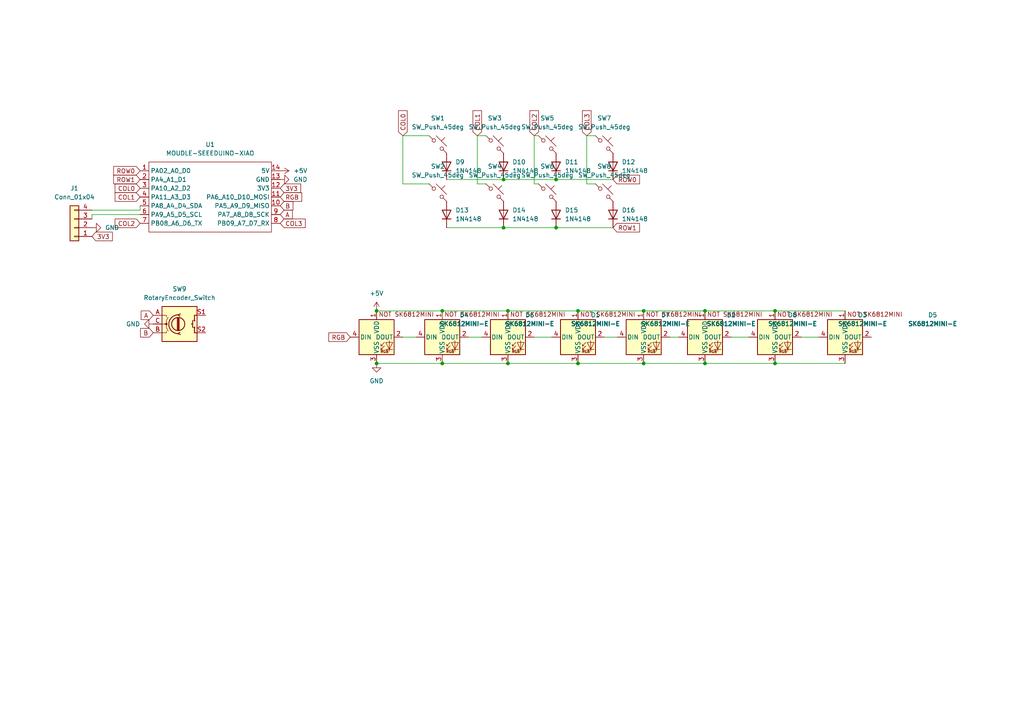
<source format=kicad_sch>
(kicad_sch (version 20250114) (generator "eeschema") (generator_version "9.0")
  (paper "A4")
  (lib_symbols
    (symbol "Connector_Generic:Conn_01x04" (pin_names (offset 1.016) (hide yes))
      (property "Reference" "J" (at 0 5.08 0))
      (property "Value" "Conn_01x04" (at 0 -7.62 0))
      (symbol "Conn_01x04_1_1"
        (rectangle (start -1.27 3.81) (end 1.27 -6.35) (stroke (width 0.254)) (fill (type background)))
        (rectangle (start -1.27 2.667) (end 0 2.413) (stroke (width 0.1524)))
        (rectangle (start -1.27 0.127) (end 0 -0.127) (stroke (width 0.1524)))
        (rectangle (start -1.27 -2.413) (end 0 -2.667) (stroke (width 0.1524)))
        (rectangle (start -1.27 -4.953) (end 0 -5.207) (stroke (width 0.1524)))
        (pin passive line (at -5.08 2.54 0) (length 3.81) (name "Pin_1") (number "1"))
        (pin passive line (at -5.08 0 0) (length 3.81) (name "Pin_2") (number "2"))
        (pin passive line (at -5.08 -2.54 0) (length 3.81) (name "Pin_3") (number "3"))
        (pin passive line (at -5.08 -5.08 0) (length 3.81) (name "Pin_4") (number "4"))
      )
    )
    (symbol "Device:RotaryEncoder_Switch" (pin_names (offset 0.254) (hide yes))
      (property "Reference" "SW" (at 0 6.604 0))
      (property "Value" "RotaryEncoder_Switch" (at 0 -6.604 0))
      (symbol "RotaryEncoder_Switch_0_1"
        (rectangle (start -5.08 5.08) (end 5.08 -5.08) (stroke (width 0.254)) (fill (type background)))
        (polyline (pts (xy -5.08 2.54) (xy -3.81 2.54) (xy -3.81 2.032)))
        (polyline (pts (xy -5.08 0) (xy -3.81 0) (xy -3.81 -1.016) (xy -3.302 -2.032)))
        (polyline (pts (xy -5.08 -2.54) (xy -3.81 -2.54) (xy -3.81 -2.032)))
        (polyline (pts (xy -4.318 0) (xy -3.81 0) (xy -3.81 1.016) (xy -3.302 2.032)))
        (circle (center -3.81 0) (radius 0.254) (fill (type outline)))
        (polyline (pts (xy -0.635 -1.778) (xy -0.635 1.778)) (stroke (width 0.254)))
        (circle (center -0.381 0) (radius 1.905) (stroke (width 0.254)))
        (polyline (pts (xy -0.381 -1.778) (xy -0.381 1.778)) (stroke (width 0.254)))
        (arc (start -0.381 -2.794) (mid -3.0988 -0.0635) (end -0.381 2.667) (stroke (width 0.254)))
        (polyline (pts (xy -0.127 1.778) (xy -0.127 -1.778)) (stroke (width 0.254)))
        (polyline (pts (xy 0.254 2.921) (xy -0.508 2.667) (xy 0.127 2.286)) (stroke (width 0.254)))
        (polyline (pts (xy 0.254 -3.048) (xy -0.508 -2.794) (xy 0.127 -2.413)) (stroke (width 0.254)))
        (polyline (pts (xy 3.81 1.016) (xy 3.81 -1.016)) (stroke (width 0.254)))
        (polyline (pts (xy 3.81 0) (xy 3.429 0)) (stroke (width 0.254)))
        (circle (center 4.318 1.016) (radius 0.127) (stroke (width 0.254)))
        (circle (center 4.318 -1.016) (radius 0.127) (stroke (width 0.254)))
        (polyline (pts (xy 5.08 2.54) (xy 4.318 2.54) (xy 4.318 1.016)) (stroke (width 0.254)))
        (polyline (pts (xy 5.08 -2.54) (xy 4.318 -2.54) (xy 4.318 -1.016)) (stroke (width 0.254)))
      )
      (symbol "RotaryEncoder_Switch_1_1"
        (pin passive line (at -7.62 2.54 0) (length 2.54) (name "A") (number "A"))
        (pin passive line (at -7.62 0 0) (length 2.54) (name "C") (number "C"))
        (pin passive line (at -7.62 -2.54 0) (length 2.54) (name "B") (number "B"))
        (pin passive line (at 7.62 2.54 180) (length 2.54) (name "S1") (number "S1"))
        (pin passive line (at 7.62 -2.54 180) (length 2.54) (name "S2") (number "S2"))
      )
    )
    (symbol "Diode:1N4148" (pin_numbers (hide yes)) (pin_names (hide yes))
      (property "Reference" "D" (at 0 2.54 0))
      (property "Value" "1N4148" (at 0 -2.54 0))
      (symbol "1N4148_0_1"
        (polyline (pts (xy -1.27 1.27) (xy -1.27 -1.27)) (stroke (width 0.254)))
        (polyline (pts (xy 1.27 1.27) (xy 1.27 -1.27) (xy -1.27 0) (xy 1.27 1.27)) (stroke (width 0.254)))
        (polyline (pts (xy 1.27 0) (xy -1.27 0)))
      )
      (symbol "1N4148_1_1"
        (pin passive line (at -3.81 0 0) (length 2.54) (name "K") (number "1"))
        (pin passive line (at 3.81 0 180) (length 2.54) (name "A") (number "2"))
      )
    )
    (symbol "SK6812MINI-E:SK6812MINI-E" (pin_names (offset 0.254))
      (property "Reference" "D" (at -3.556 5.842 0))
      (property "Value" "SK6812MINI-E" (at 1.27 -5.715 0))
      (symbol "SK6812MINI-E_0_0"
        (text "RGB" (at 2.286 -4.191 0) (effects (font (size 0.762 0.762))))
      )
      (symbol "SK6812MINI-E_0_1"
        (rectangle (start -5.08 5.08) (end 5.08 -5.08) (stroke (width 0.254)) (fill (type background)))
        (polyline (pts (xy 1.27 -2.54) (xy 1.778 -2.54)))
        (polyline (pts (xy 1.27 -3.556) (xy 1.778 -3.556)))
        (polyline (pts (xy 2.286 -1.524) (xy 1.27 -2.54) (xy 1.27 -2.032)))
        (polyline (pts (xy 2.286 -2.54) (xy 1.27 -3.556) (xy 1.27 -3.048)))
        (polyline (pts (xy 3.683 -1.016) (xy 3.683 -3.556) (xy 3.683 -4.064)))
        (polyline (pts (xy 4.699 -1.524) (xy 2.667 -1.524) (xy 3.683 -3.556) (xy 4.699 -1.524)))
        (polyline (pts (xy 4.699 -3.556) (xy 2.667 -3.556)))
      )
      (symbol "SK6812MINI-E_1_1"
        (text "NOT SK6812MINI" (at 8.636 6.604 0) (effects (font (size 1.27 1.27))))
        (pin input line (at -7.62 0 0) (length 2.54) (name "DIN") (number "4"))
        (pin power_in line (at 0 7.62 270) (length 2.54) (name "VDD") (number "1"))
        (pin power_in line (at 0 -7.62 90) (length 2.54) (name "VSS") (number "3"))
        (pin output line (at 7.62 0 180) (length 2.54) (name "DOUT") (number "2"))
      )
    )
    (symbol "Switch:SW_Push_45deg" (pin_numbers (hide yes)) (pin_names (offset 1.016) (hide yes))
      (property "Reference" "SW" (at 3.048 1.016 0))
      (property "Value" "SW_Push_45deg" (at 0 -3.81 0))
      (symbol "SW_Push_45deg_0_1"
        (polyline (pts (xy -2.54 2.54) (xy -1.524 1.524) (xy -1.524 1.524)))
        (circle (center -1.1684 1.1684) (radius 0.508))
        (polyline (pts (xy -0.508 2.54) (xy 2.54 -0.508)))
        (polyline (pts (xy 1.016 1.016) (xy 2.032 2.032)))
        (circle (center 1.143 -1.1938) (radius 0.508))
        (polyline (pts (xy 1.524 -1.524) (xy 2.54 -2.54) (xy 2.54 -2.54) (xy 2.54 -2.54)))
        (pin passive line (at -2.54 2.54 0) (length 0) (name "1") (number "1"))
        (pin passive line (at 2.54 -2.54 180) (length 0) (name "2") (number "2"))
      )
    )
    (symbol "XIAO_RP2040:MOUDLE-SEEEDUINO-XIAO"
      (property "Reference" "U" (at -16.51 11.43 0))
      (property "Value" "MOUDLE-SEEEDUINO-XIAO" (at -3.81 -11.43 0))
      (symbol "MOUDLE-SEEEDUINO-XIAO_0_1"
        (rectangle (start -16.51 10.16) (end 19.05 -10.16))
      )
      (symbol "MOUDLE-SEEEDUINO-XIAO_1_1"
        (pin passive line (at -19.05 7.62 0) (length 2.54) (name "PA02_A0_D0") (number "1"))
        (pin passive line (at -19.05 5.08 0) (length 2.54) (name "PA4_A1_D1") (number "2"))
        (pin passive line (at -19.05 2.54 0) (length 2.54) (name "PA10_A2_D2") (number "3"))
        (pin passive line (at -19.05 0 0) (length 2.54) (name "PA11_A3_D3") (number "4"))
        (pin passive line (at -19.05 -2.54 0) (length 2.54) (name "PA8_A4_D4_SDA") (number "5"))
        (pin passive line (at -19.05 -5.08 0) (length 2.54) (name "PA9_A5_D5_SCL") (number "6"))
        (pin passive line (at -19.05 -7.62 0) (length 2.54) (name "PB08_A6_D6_TX") (number "7"))
        (pin passive line (at 21.59 7.62 180) (length 2.54) (name "5V") (number "14"))
        (pin passive line (at 21.59 5.08 180) (length 2.54) (name "GND") (number "13"))
        (pin passive line (at 21.59 2.54 180) (length 2.54) (name "3V3") (number "12"))
        (pin passive line (at 21.59 0 180) (length 2.54) (name "PA6_A10_D10_MOSI") (number "11"))
        (pin passive line (at 21.59 -2.54 180) (length 2.54) (name "PA5_A9_D9_MISO") (number "10"))
        (pin passive line (at 21.59 -5.08 180) (length 2.54) (name "PA7_A8_D8_SCK") (number "9"))
        (pin passive line (at 21.59 -7.62 180) (length 2.54) (name "PB09_A7_D7_RX") (number "8"))
      )
    )
    (symbol "power:+5V" (power) (pin_numbers (hide yes)) (pin_names (offset 0) (hide yes))
      (property "Value" "+5V" (at 0 3.556 0))
      (symbol "+5V_0_1"
        (polyline (pts (xy -0.762 1.27) (xy 0 2.54)))
        (polyline (pts (xy 0 2.54) (xy 0.762 1.27)))
        (polyline (pts (xy 0 0) (xy 0 2.54)))
      )
      (symbol "+5V_1_1"
        (pin power_in line (at 0 0 90) (length 0) (name "~") (number "1"))
      )
    )
    (symbol "power:GND" (power) (pin_numbers (hide yes)) (pin_names (offset 0) (hide yes))
      (property "Value" "GND" (at 0 -3.81 0))
      (symbol "GND_0_1"
        (polyline (pts (xy 0 0) (xy 0 -1.27) (xy 1.27 -1.27) (xy 0 -2.54) (xy -1.27 -1.27) (xy 0 -1.27)))
      )
      (symbol "GND_1_1"
        (pin power_in line (at 0 0 270) (length 0) (name "~") (number "1"))
      )
    )
  )
  (junction (at 186.69 105.41))
  (junction (at 109.22 105.41))
  (junction (at 109.22 90.17))
  (junction (at 146.05 66.04))
  (junction (at 224.79 90.17))
  (junction (at 186.69 90.17))
  (junction (at 204.47 105.41))
  (junction (at 167.64 90.17))
  (junction (at 147.32 90.17))
  (junction (at 204.47 90.17))
  (junction (at 146.05 52.07))
  (junction (at 161.29 52.07))
  (junction (at 161.29 66.04))
  (junction (at 128.27 105.41))
  (junction (at 167.64 105.41))
  (junction (at 147.32 105.41))
  (junction (at 224.79 105.41))
  (junction (at 128.27 90.17))
  (wire (pts (xy 124.46 39.37) (xy 116.84 39.37)))
  (wire (pts (xy 116.84 53.34) (xy 124.46 53.34)))
  (wire (pts (xy 147.32 105.41) (xy 167.64 105.41)))
  (wire (pts (xy 186.69 105.41) (xy 204.47 105.41)))
  (wire (pts (xy 167.64 90.17) (xy 186.69 90.17)))
  (wire (pts (xy 154.94 97.79) (xy 160.02 97.79)))
  (wire (pts (xy 109.22 105.41) (xy 128.27 105.41)))
  (wire (pts (xy 26.67 62.23) (xy 26.67 63.5)))
  (wire (pts (xy 40.64 62.23) (xy 26.67 62.23)))
  (wire (pts (xy 204.47 90.17) (xy 224.79 90.17)))
  (wire (pts (xy 138.43 53.34) (xy 140.97 53.34)))
  (wire (pts (xy 138.43 39.37) (xy 138.43 53.34)))
  (wire (pts (xy 212.09 97.79) (xy 217.17 97.79)))
  (wire (pts (xy 156.21 53.34) (xy 154.94 53.34)))
  (wire (pts (xy 140.97 39.37) (xy 138.43 39.37)))
  (wire (pts (xy 204.47 105.41) (xy 224.79 105.41)))
  (wire (pts (xy 224.79 105.41) (xy 245.11 105.41)))
  (wire (pts (xy 154.94 53.34) (xy 154.94 39.37)))
  (wire (pts (xy 146.05 66.04) (xy 161.29 66.04)))
  (wire (pts (xy 26.67 60.96) (xy 40.64 60.96)))
  (wire (pts (xy 135.89 97.79) (xy 139.7 97.79)))
  (wire (pts (xy 172.72 39.37) (xy 170.18 39.37)))
  (wire (pts (xy 129.54 52.07) (xy 146.05 52.07)))
  (wire (pts (xy 147.32 90.17) (xy 167.64 90.17)))
  (wire (pts (xy 116.84 97.79) (xy 120.65 97.79)))
  (wire (pts (xy 175.26 97.79) (xy 179.07 97.79)))
  (wire (pts (xy 161.29 66.04) (xy 177.8 66.04)))
  (wire (pts (xy 109.22 90.17) (xy 128.27 90.17)))
  (wire (pts (xy 170.18 39.37) (xy 170.18 53.34)))
  (wire (pts (xy 170.18 53.34) (xy 172.72 53.34)))
  (wire (pts (xy 116.84 39.37) (xy 116.84 53.34)))
  (wire (pts (xy 146.05 52.07) (xy 161.29 52.07)))
  (wire (pts (xy 194.31 97.79) (xy 196.85 97.79)))
  (wire (pts (xy 128.27 90.17) (xy 147.32 90.17)))
  (wire (pts (xy 232.41 97.79) (xy 237.49 97.79)))
  (wire (pts (xy 40.64 60.96) (xy 40.64 59.69)))
  (wire (pts (xy 167.64 105.41) (xy 186.69 105.41)))
  (wire (pts (xy 154.94 39.37) (xy 156.21 39.37)))
  (wire (pts (xy 129.54 66.04) (xy 146.05 66.04)))
  (wire (pts (xy 224.79 90.17) (xy 245.11 90.17)))
  (wire (pts (xy 186.69 90.17) (xy 204.47 90.17)))
  (wire (pts (xy 128.27 105.41) (xy 147.32 105.41)))
  (wire (pts (xy 161.29 52.07) (xy 177.8 52.07)))
  (global_label "COL2" (shape input) (at 40.64 64.77 180) (property "Intersheetrefs" "${INTERSHEET_REFS}" (effects (hide yes))))
  (global_label "B" (shape input) (at 81.28 59.69 0) (property "Intersheetrefs" "${INTERSHEET_REFS}" (effects (hide yes))))
  (global_label "A" (shape input) (at 81.28 62.23 0) (property "Intersheetrefs" "${INTERSHEET_REFS}" (effects (hide yes))))
  (global_label "ROW0" (shape input) (at 177.8 52.07 0) (property "Intersheetrefs" "${INTERSHEET_REFS}" (effects (hide yes))))
  (global_label "A" (shape input) (at 44.45 91.44 180) (property "Intersheetrefs" "${INTERSHEET_REFS}" (effects (hide yes))))
  (global_label "ROW1" (shape input) (at 177.8 66.04 0) (property "Intersheetrefs" "${INTERSHEET_REFS}" (effects (hide yes))))
  (global_label "3V3" (shape input) (at 26.67 68.58 0) (property "Intersheetrefs" "${INTERSHEET_REFS}" (effects (hide yes))))
  (global_label "COL1" (shape input) (at 40.64 57.15 180) (property "Intersheetrefs" "${INTERSHEET_REFS}" (effects (hide yes))))
  (global_label "COL3" (shape input) (at 81.28 64.77 0) (property "Intersheetrefs" "${INTERSHEET_REFS}" (effects (hide yes))))
  (global_label "COL2" (shape input) (at 154.94 39.37 90) (property "Intersheetrefs" "${INTERSHEET_REFS}" (effects (hide yes))))
  (global_label "3V3" (shape input) (at 81.28 54.61 0) (property "Intersheetrefs" "${INTERSHEET_REFS}" (effects (hide yes))))
  (global_label "COL0" (shape input) (at 40.64 54.61 180) (property "Intersheetrefs" "${INTERSHEET_REFS}" (effects (hide yes))))
  (global_label "COL1" (shape input) (at 138.43 39.37 90) (property "Intersheetrefs" "${INTERSHEET_REFS}" (effects (hide yes))))
  (global_label "COL0" (shape input) (at 116.84 39.37 90) (property "Intersheetrefs" "${INTERSHEET_REFS}" (effects (hide yes))))
  (global_label "RGB" (shape input) (at 81.28 57.15 0) (property "Intersheetrefs" "${INTERSHEET_REFS}" (effects (hide yes))))
  (global_label "RGB" (shape input) (at 101.6 97.79 180) (property "Intersheetrefs" "${INTERSHEET_REFS}" (effects (hide yes))))
  (global_label "ROW0" (shape input) (at 40.64 49.53 180) (property "Intersheetrefs" "${INTERSHEET_REFS}" (effects (hide yes))))
  (global_label "B" (shape input) (at 44.45 96.52 180) (property "Intersheetrefs" "${INTERSHEET_REFS}" (effects (hide yes))))
  (global_label "ROW1" (shape input) (at 40.64 52.07 180) (property "Intersheetrefs" "${INTERSHEET_REFS}" (effects (hide yes))))
  (global_label "COL3" (shape input) (at 170.18 39.37 90) (property "Intersheetrefs" "${INTERSHEET_REFS}" (effects (hide yes))))
  (symbol (lib_id "power:GND") (at 81.28 52.07 90) (unit 1)
    (property "Reference" "#PWR03" (effects (hide yes)))
    (property "Value" "GND" (at 85.09 52.0699 90) (effects (justify right)))
    (property "Description" "Power symbol creates a global label with name \"GND\" , ground" (effects (hide yes)))
  )
  (symbol (lib_id "Diode:1N4148") (at 129.54 62.23 90) (unit 1)
    (property "Reference" "D13" (at 132.08 60.9599 90) (effects (justify right)))
    (property "Value" "1N4148" (at 132.08 63.4999 90) (effects (justify right)))
    (property "Footprint" "Diode_THT:D_DO-35_SOD27_P7.62mm_Horizontal" (effects (hide yes)))
    (property "Datasheet" "https://assets.nexperia.com/documents/data-sheet/1N4148_1N4448.pdf" (effects (hide yes)))
    (property "Description" "100V 0.15A standard switching diode, DO-35" (effects (hide yes)))
    (property "Sim.Device" "D" (effects (hide yes)))
    (property "Sim.Pins" "1=K 2=A" (effects (hide yes)))
  )
  (symbol (lib_id "Connector_Generic:Conn_01x04") (at 21.59 66.04 180) (unit 1)
    (property "Reference" "J1" (at 21.59 54.61 0))
    (property "Value" "Conn_01x04" (at 21.59 57.15 0))
    (property "Footprint" "Connector_PinHeader_2.54mm:PinHeader_1x04_P2.54mm_Vertical" (effects (hide yes)))
    (property "Description" "Generic connector, single row, 01x04, script generated (kicad-library-utils/schlib/autogen/connector/)" (effects (hide yes)))
  )
  (symbol (lib_id "Diode:1N4148") (at 161.29 62.23 90) (unit 1)
    (property "Reference" "D15" (at 163.83 60.9599 90) (effects (justify right)))
    (property "Value" "1N4148" (at 163.83 63.4999 90) (effects (justify right)))
    (property "Footprint" "Diode_THT:D_DO-35_SOD27_P7.62mm_Horizontal" (effects (hide yes)))
    (property "Datasheet" "https://assets.nexperia.com/documents/data-sheet/1N4148_1N4448.pdf" (effects (hide yes)))
    (property "Description" "100V 0.15A standard switching diode, DO-35" (effects (hide yes)))
    (property "Sim.Device" "D" (effects (hide yes)))
    (property "Sim.Pins" "1=K 2=A" (effects (hide yes)))
  )
  (symbol (lib_id "power:GND") (at 109.22 105.41 0) (unit 1)
    (property "Reference" "#PWR05" (effects (hide yes)))
    (property "Value" "GND" (at 109.22 110.49 0))
    (property "Description" "Power symbol creates a global label with name \"GND\" , ground" (effects (hide yes)))
  )
  (symbol (lib_id "Diode:1N4148") (at 177.8 48.26 90) (unit 1)
    (property "Reference" "D12" (at 180.34 46.9899 90) (effects (justify right)))
    (property "Value" "1N4148" (at 180.34 49.5299 90) (effects (justify right)))
    (property "Footprint" "Diode_THT:D_DO-35_SOD27_P7.62mm_Horizontal" (effects (hide yes)))
    (property "Datasheet" "https://assets.nexperia.com/documents/data-sheet/1N4148_1N4448.pdf" (effects (hide yes)))
    (property "Description" "100V 0.15A standard switching diode, DO-35" (effects (hide yes)))
    (property "Sim.Device" "D" (effects (hide yes)))
    (property "Sim.Pins" "1=K 2=A" (effects (hide yes)))
  )
  (symbol (lib_id "Diode:1N4148") (at 146.05 48.26 90) (unit 1)
    (property "Reference" "D10" (at 148.59 46.9899 90) (effects (justify right)))
    (property "Value" "1N4148" (at 148.59 49.5299 90) (effects (justify right)))
    (property "Footprint" "Diode_THT:D_DO-35_SOD27_P7.62mm_Horizontal" (effects (hide yes)))
    (property "Datasheet" "https://assets.nexperia.com/documents/data-sheet/1N4148_1N4448.pdf" (effects (hide yes)))
    (property "Description" "100V 0.15A standard switching diode, DO-35" (effects (hide yes)))
    (property "Sim.Device" "D" (effects (hide yes)))
    (property "Sim.Pins" "1=K 2=A" (effects (hide yes)))
  )
  (symbol (lib_id "Switch:SW_Push_45deg") (at 158.75 41.91 0) (unit 1)
    (property "Reference" "SW5" (at 158.75 34.29 0))
    (property "Value" "SW_Push_45deg" (at 158.75 36.83 0))
    (property "Footprint" "Button_Switch_Keyboard:SW_Cherry_MX_1.00u_PCB" (effects (hide yes)))
    (property "Description" "Push button switch, normally open, two pins, 45° tilted" (effects (hide yes)))
  )
  (symbol (lib_id "Diode:1N4148") (at 146.05 62.23 90) (unit 1)
    (property "Reference" "D14" (at 148.59 60.9599 90) (effects (justify right)))
    (property "Value" "1N4148" (at 148.59 63.4999 90) (effects (justify right)))
    (property "Footprint" "Diode_THT:D_DO-35_SOD27_P7.62mm_Horizontal" (effects (hide yes)))
    (property "Datasheet" "https://assets.nexperia.com/documents/data-sheet/1N4148_1N4448.pdf" (effects (hide yes)))
    (property "Description" "100V 0.15A standard switching diode, DO-35" (effects (hide yes)))
    (property "Sim.Device" "D" (effects (hide yes)))
    (property "Sim.Pins" "1=K 2=A" (effects (hide yes)))
  )
  (symbol (lib_id "power:+5V") (at 109.22 90.17 0) (unit 1)
    (property "Reference" "#PWR02" (effects (hide yes)))
    (property "Value" "+5V" (at 109.22 85.09 0))
    (property "Description" "Power symbol creates a global label with name \"+5V\"" (effects (hide yes)))
  )
  (symbol (lib_id "Switch:SW_Push_45deg") (at 175.26 55.88 0) (unit 1)
    (property "Reference" "SW8" (at 175.26 48.26 0))
    (property "Value" "SW_Push_45deg" (at 175.26 50.8 0))
    (property "Footprint" "Button_Switch_Keyboard:SW_Cherry_MX_1.00u_PCB" (effects (hide yes)))
    (property "Description" "Push button switch, normally open, two pins, 45° tilted" (effects (hide yes)))
  )
  (symbol (lib_id "SK6812MINI-E:SK6812MINI-E") (at 186.69 97.79 0) (unit 1)
    (property "Reference" "D2" (at 212.09 91.3698 0))
    (property "Value" "SK6812MINI-E" (at 212.09 93.9099 0) (effects (font (thickness 0.254) (bold yes))))
    (property "Footprint" "footprints:SK6812MINI-E_fixed" (effects (hide yes)))
    (property "Datasheet" "https://cdn-shop.adafruit.com/product-files/4960/4960_SK6812MINI-E_REV02_EN.pdf" (effects (hide yes)))
    (property "Description" "RGB LED with integrated controller" (effects (hide yes)))
  )
  (symbol (lib_id "Switch:SW_Push_45deg") (at 143.51 55.88 0) (unit 1)
    (property "Reference" "SW4" (at 143.51 48.26 0))
    (property "Value" "SW_Push_45deg" (at 143.51 50.8 0))
    (property "Footprint" "Button_Switch_Keyboard:SW_Cherry_MX_1.00u_PCB" (effects (hide yes)))
    (property "Description" "Push button switch, normally open, two pins, 45° tilted" (effects (hide yes)))
  )
  (symbol (lib_id "SK6812MINI-E:SK6812MINI-E") (at 204.47 97.79 0) (unit 1)
    (property "Reference" "D8" (at 229.87 91.3698 0))
    (property "Value" "SK6812MINI-E" (at 229.87 93.9099 0) (effects (font (thickness 0.254) (bold yes))))
    (property "Footprint" "footprints:SK6812MINI-E_fixed" (effects (hide yes)))
    (property "Datasheet" "https://cdn-shop.adafruit.com/product-files/4960/4960_SK6812MINI-E_REV02_EN.pdf" (effects (hide yes)))
    (property "Description" "RGB LED with integrated controller" (effects (hide yes)))
  )
  (symbol (lib_id "SK6812MINI-E:SK6812MINI-E") (at 109.22 97.79 0) (unit 1)
    (property "Reference" "D4" (at 134.62 91.3698 0))
    (property "Value" "SK6812MINI-E" (at 134.62 93.9099 0) (effects (font (thickness 0.254) (bold yes))))
    (property "Footprint" "footprints:SK6812MINI-E_fixed" (effects (hide yes)))
    (property "Datasheet" "https://cdn-shop.adafruit.com/product-files/4960/4960_SK6812MINI-E_REV02_EN.pdf" (effects (hide yes)))
    (property "Description" "RGB LED with integrated controller" (effects (hide yes)))
  )
  (symbol (lib_id "SK6812MINI-E:SK6812MINI-E") (at 147.32 97.79 0) (unit 1)
    (property "Reference" "D1" (at 172.72 91.3698 0))
    (property "Value" "SK6812MINI-E" (at 172.72 93.9099 0) (effects (font (thickness 0.254) (bold yes))))
    (property "Footprint" "footprints:SK6812MINI-E_fixed" (effects (hide yes)))
    (property "Datasheet" "https://cdn-shop.adafruit.com/product-files/4960/4960_SK6812MINI-E_REV02_EN.pdf" (effects (hide yes)))
    (property "Description" "RGB LED with integrated controller" (effects (hide yes)))
  )
  (symbol (lib_id "SK6812MINI-E:SK6812MINI-E") (at 224.79 97.79 0) (unit 1)
    (property "Reference" "D3" (at 250.19 91.3698 0))
    (property "Value" "SK6812MINI-E" (at 250.19 93.9099 0) (effects (font (thickness 0.254) (bold yes))))
    (property "Footprint" "footprints:SK6812MINI-E_fixed" (effects (hide yes)))
    (property "Datasheet" "https://cdn-shop.adafruit.com/product-files/4960/4960_SK6812MINI-E_REV02_EN.pdf" (effects (hide yes)))
    (property "Description" "RGB LED with integrated controller" (effects (hide yes)))
  )
  (symbol (lib_id "power:GND") (at 26.67 66.04 90) (unit 1)
    (property "Reference" "#PWR04" (effects (hide yes)))
    (property "Value" "GND" (at 30.48 66.0399 90) (effects (justify right)))
    (property "Description" "Power symbol creates a global label with name \"GND\" , ground" (effects (hide yes)))
  )
  (symbol (lib_id "Switch:SW_Push_45deg") (at 127 41.91 0) (unit 1)
    (property "Reference" "SW1" (at 127 34.29 0))
    (property "Value" "SW_Push_45deg" (at 127 36.83 0))
    (property "Footprint" "Button_Switch_Keyboard:SW_Cherry_MX_1.00u_PCB" (effects (hide yes)))
    (property "Description" "Push button switch, normally open, two pins, 45° tilted" (effects (hide yes)))
  )
  (symbol (lib_id "Switch:SW_Push_45deg") (at 127 55.88 0) (unit 1)
    (property "Reference" "SW2" (at 127 48.26 0))
    (property "Value" "SW_Push_45deg" (at 127 50.8 0))
    (property "Footprint" "Button_Switch_Keyboard:SW_Cherry_MX_1.00u_PCB" (effects (hide yes)))
    (property "Description" "Push button switch, normally open, two pins, 45° tilted" (effects (hide yes)))
  )
  (symbol (lib_id "SK6812MINI-E:SK6812MINI-E") (at 245.11 97.79 0) (unit 1)
    (property "Reference" "D5" (at 270.51 91.3698 0))
    (property "Value" "SK6812MINI-E" (at 270.51 93.9099 0) (effects (font (thickness 0.254) (bold yes))))
    (property "Footprint" "footprints:SK6812MINI-E_fixed" (effects (hide yes)))
    (property "Datasheet" "https://cdn-shop.adafruit.com/product-files/4960/4960_SK6812MINI-E_REV02_EN.pdf" (effects (hide yes)))
    (property "Description" "RGB LED with integrated controller" (effects (hide yes)))
  )
  (symbol (lib_id "XIAO_RP2040:MOUDLE-SEEEDUINO-XIAO") (at 59.69 57.15 0) (unit 1)
    (property "Reference" "U1" (at 60.96 41.91 0))
    (property "Value" "MOUDLE-SEEEDUINO-XIAO" (at 60.96 44.45 0))
    (property "Footprint" "footprints:XIAO-Generic-Hybrid-14P-2.54-21X17.8MM" (effects (hide yes)))
  )
  (symbol (lib_id "Switch:SW_Push_45deg") (at 175.26 41.91 0) (unit 1)
    (property "Reference" "SW7" (at 175.26 34.29 0))
    (property "Value" "SW_Push_45deg" (at 175.26 36.83 0))
    (property "Footprint" "Button_Switch_Keyboard:SW_Cherry_MX_1.00u_PCB" (effects (hide yes)))
    (property "Description" "Push button switch, normally open, two pins, 45° tilted" (effects (hide yes)))
  )
  (symbol (lib_id "power:GND") (at 44.45 93.98 270) (unit 1)
    (property "Reference" "#PWR06" (effects (hide yes)))
    (property "Value" "GND" (at 40.64 93.9799 90) (effects (justify right)))
    (property "Description" "Power symbol creates a global label with name \"GND\" , ground" (effects (hide yes)))
  )
  (symbol (lib_id "Switch:SW_Push_45deg") (at 158.75 55.88 0) (unit 1)
    (property "Reference" "SW6" (at 158.75 48.26 0))
    (property "Value" "SW_Push_45deg" (at 158.75 50.8 0))
    (property "Footprint" "Button_Switch_Keyboard:SW_Cherry_MX_1.00u_PCB" (effects (hide yes)))
    (property "Description" "Push button switch, normally open, two pins, 45° tilted" (effects (hide yes)))
  )
  (symbol (lib_id "SK6812MINI-E:SK6812MINI-E") (at 167.64 97.79 0) (unit 1)
    (property "Reference" "D7" (at 193.04 91.3698 0))
    (property "Value" "SK6812MINI-E" (at 193.04 93.9099 0) (effects (font (thickness 0.254) (bold yes))))
    (property "Footprint" "footprints:SK6812MINI-E_fixed" (effects (hide yes)))
    (property "Datasheet" "https://cdn-shop.adafruit.com/product-files/4960/4960_SK6812MINI-E_REV02_EN.pdf" (effects (hide yes)))
    (property "Description" "RGB LED with integrated controller" (effects (hide yes)))
  )
  (symbol (lib_id "Device:RotaryEncoder_Switch") (at 52.07 93.98 0) (unit 1)
    (property "Reference" "SW9" (at 52.07 83.82 0))
    (property "Value" "RotaryEncoder_Switch" (at 52.07 86.36 0))
    (property "Footprint" "Rotary_Encoder:RotaryEncoder_Alps_EC11E-Switch_Vertical_H20mm" (effects (hide yes)))
    (property "Description" "Rotary encoder, dual channel, incremental quadrate outputs, with switch" (effects (hide yes)))
  )
  (symbol (lib_id "Diode:1N4148") (at 129.54 48.26 90) (unit 1)
    (property "Reference" "D9" (at 132.08 46.9899 90) (effects (justify right)))
    (property "Value" "1N4148" (at 132.08 49.5299 90) (effects (justify right)))
    (property "Footprint" "Diode_THT:D_DO-35_SOD27_P7.62mm_Horizontal" (effects (hide yes)))
    (property "Datasheet" "https://assets.nexperia.com/documents/data-sheet/1N4148_1N4448.pdf" (effects (hide yes)))
    (property "Description" "100V 0.15A standard switching diode, DO-35" (effects (hide yes)))
    (property "Sim.Device" "D" (effects (hide yes)))
    (property "Sim.Pins" "1=K 2=A" (effects (hide yes)))
  )
  (symbol (lib_id "power:+5V") (at 81.28 49.53 270) (unit 1)
    (property "Reference" "#PWR01" (effects (hide yes)))
    (property "Value" "+5V" (at 85.09 49.5299 90) (effects (justify left)))
    (property "Description" "Power symbol creates a global label with name \"+5V\"" (effects (hide yes)))
  )
  (symbol (lib_id "Switch:SW_Push_45deg") (at 143.51 41.91 0) (unit 1)
    (property "Reference" "SW3" (at 143.51 34.29 0))
    (property "Value" "SW_Push_45deg" (at 143.51 36.83 0))
    (property "Footprint" "Button_Switch_Keyboard:SW_Cherry_MX_1.00u_PCB" (effects (hide yes)))
    (property "Description" "Push button switch, normally open, two pins, 45° tilted" (effects (hide yes)))
  )
  (symbol (lib_id "Diode:1N4148") (at 161.29 48.26 90) (unit 1)
    (property "Reference" "D11" (at 163.83 46.9899 90) (effects (justify right)))
    (property "Value" "1N4148" (at 163.83 49.5299 90) (effects (justify right)))
    (property "Footprint" "Diode_THT:D_DO-35_SOD27_P7.62mm_Horizontal" (effects (hide yes)))
    (property "Datasheet" "https://assets.nexperia.com/documents/data-sheet/1N4148_1N4448.pdf" (effects (hide yes)))
    (property "Description" "100V 0.15A standard switching diode, DO-35" (effects (hide yes)))
    (property "Sim.Device" "D" (effects (hide yes)))
    (property "Sim.Pins" "1=K 2=A" (effects (hide yes)))
  )
  (symbol (lib_id "Diode:1N4148") (at 177.8 62.23 90) (unit 1)
    (property "Reference" "D16" (at 180.34 60.9599 90) (effects (justify right)))
    (property "Value" "1N4148" (at 180.34 63.4999 90) (effects (justify right)))
    (property "Footprint" "Diode_THT:D_DO-35_SOD27_P7.62mm_Horizontal" (effects (hide yes)))
    (property "Datasheet" "https://assets.nexperia.com/documents/data-sheet/1N4148_1N4448.pdf" (effects (hide yes)))
    (property "Description" "100V 0.15A standard switching diode, DO-35" (effects (hide yes)))
    (property "Sim.Device" "D" (effects (hide yes)))
    (property "Sim.Pins" "1=K 2=A" (effects (hide yes)))
  )
  (symbol (lib_id "SK6812MINI-E:SK6812MINI-E") (at 128.27 97.79 0) (unit 1)
    (property "Reference" "D6" (at 153.67 91.3698 0))
    (property "Value" "SK6812MINI-E" (at 153.67 93.9099 0) (effects (font (thickness 0.254) (bold yes))))
    (property "Footprint" "footprints:SK6812MINI-E_fixed" (effects (hide yes)))
    (property "Datasheet" "https://cdn-shop.adafruit.com/product-files/4960/4960_SK6812MINI-E_REV02_EN.pdf" (effects (hide yes)))
    (property "Description" "RGB LED with integrated controller" (effects (hide yes)))
  )
)
</source>
